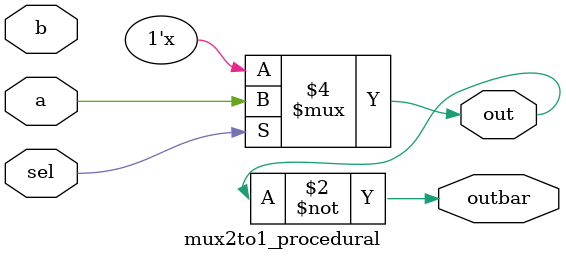
<source format=v>
`timescale 1ns / 1ps


module mux2to1_procedural(
    output out,
    output outbar,
    input a,
    input b,
    input sel
    );
    reg out, outbar;
    always @ (a or b or sel)
    begin
        if (sel) out = a;
        //else out = b;
        outbar = ~out;
    end
endmodule

</source>
